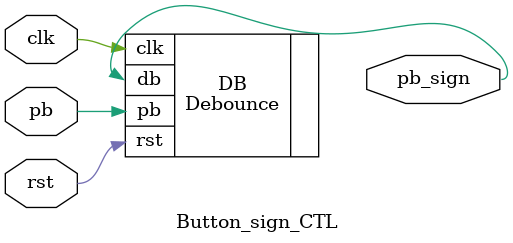
<source format=v>
`timescale 1ns / 1ps


module Button_sign_CTL(clk, rst, pb, pb_sign);
input clk, rst, pb;
output pb_sign;
wire db_sign;
wire TwoClk;
reg delay_db_sign;


Debounce DB(.clk(clk), .rst(rst), .pb(pb), .db(pb_sign));



endmodule

</source>
